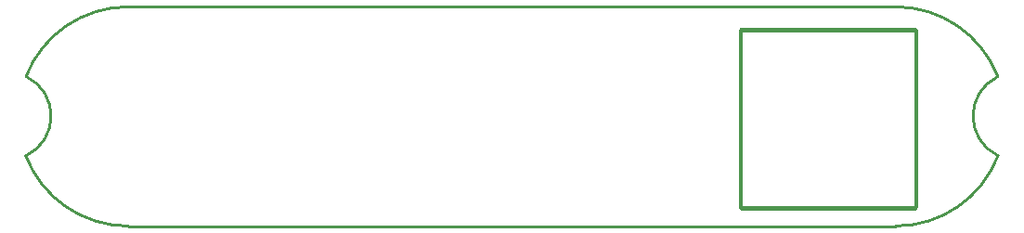
<source format=gko>
G04 Layer: BoardOutlineLayer*
G04 EasyEDA v6.5.1, 2022-03-27 10:56:29*
G04 5bdfba2922064175801a4ef29472edea,f5a38c858c354eb5b90fd3f81420cce3,10*
G04 Gerber Generator version 0.2*
G04 Scale: 100 percent, Rotated: No, Reflected: No *
G04 Dimensions in millimeters *
G04 leading zeros omitted , absolute positions ,4 integer and 5 decimal *
%FSLAX45Y45*%
%MOMM*%

%ADD10C,0.2540*%
D10*
X1008501Y0D02*
G01*
X8008500Y0D01*
X7999999Y-2000001D02*
G01*
X1000000Y-2000001D01*
X6591300Y-215900D02*
G01*
X6591300Y-1828800D01*
X8178800Y-1828800D01*
X8178800Y-215900D01*
X6591300Y-215900D01*
G75*
G01*
X8934247Y-1356627D02*
G02*
X7999999Y-2000001I-934248J356626D01*
G75*
G01*
X1000001Y-2000001D02*
G02*
X66782Y-1359311I-1J1000000D01*
G75*
G01*
X69129Y-634657D02*
G02*
X1000001Y0I930873J-365344D01*
G75*
G01*
X69202Y-1358321D02*
G03*
X68628Y-635406I-171599J361321D01*
G75*
G01*
X7999999Y0D02*
G02*
X8930871Y-634652I1J-1000001D01*
G75*
G01*
X8931026Y-637149D02*
G03*
X8933604Y-1357892I174868J-359750D01*
X6578600Y-1828800D02*
G01*
X6578600Y-215900D01*
G75*
G01*
X6578600Y-215900D02*
G02*
X6591300Y-203200I12700J0D01*
X6591300Y-203200D02*
G01*
X8178800Y-203200D01*
G75*
G01*
X8178800Y-203200D02*
G02*
X8191500Y-215900I0J-12700D01*
X8191500Y-215900D02*
G01*
X8191500Y-1828800D01*
G75*
G01*
X8191500Y-1828800D02*
G02*
X8178800Y-1841500I-12700J0D01*
X8178800Y-1841500D02*
G01*
X6591300Y-1841500D01*
G75*
G01*
X6591300Y-1841500D02*
G02*
X6578600Y-1828800I0J12700D01*
X6578600Y-1828800D02*
G01*
X6578600Y-1828800D01*

%LPD*%
M02*

</source>
